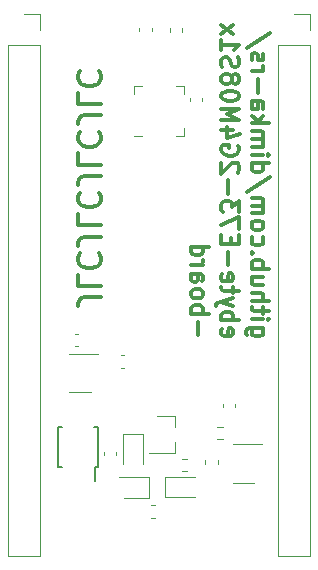
<source format=gbo>
%TF.GenerationSoftware,KiCad,Pcbnew,5.1.10-88a1d61d58~88~ubuntu18.04.1*%
%TF.CreationDate,2021-05-30T13:33:07+03:00*%
%TF.ProjectId,ebyte-E73-2G4M08S1x-board,65627974-652d-4453-9733-2d3247344d30,rev?*%
%TF.SameCoordinates,Original*%
%TF.FileFunction,Legend,Bot*%
%TF.FilePolarity,Positive*%
%FSLAX46Y46*%
G04 Gerber Fmt 4.6, Leading zero omitted, Abs format (unit mm)*
G04 Created by KiCad (PCBNEW 5.1.10-88a1d61d58~88~ubuntu18.04.1) date 2021-05-30 13:33:07*
%MOMM*%
%LPD*%
G01*
G04 APERTURE LIST*
%ADD10C,0.300000*%
%ADD11C,0.120000*%
%ADD12C,0.150000*%
%ADD13O,1.350000X1.700000*%
%ADD14O,1.100000X1.500000*%
%ADD15O,1.700000X1.700000*%
%ADD16R,1.700000X1.700000*%
%ADD17R,0.300000X1.400000*%
%ADD18R,0.600000X0.450000*%
%ADD19R,0.450000X0.600000*%
%ADD20R,1.060000X0.650000*%
%ADD21R,0.900000X0.800000*%
G04 APERTURE END LIST*
D10*
X158065428Y-98627000D02*
X156851142Y-98627000D01*
X156708285Y-98698428D01*
X156636857Y-98769857D01*
X156565428Y-98912714D01*
X156565428Y-99127000D01*
X156636857Y-99269857D01*
X157136857Y-98627000D02*
X157065428Y-98769857D01*
X157065428Y-99055571D01*
X157136857Y-99198428D01*
X157208285Y-99269857D01*
X157351142Y-99341285D01*
X157779714Y-99341285D01*
X157922571Y-99269857D01*
X157994000Y-99198428D01*
X158065428Y-99055571D01*
X158065428Y-98769857D01*
X157994000Y-98627000D01*
X157065428Y-97912714D02*
X158065428Y-97912714D01*
X158565428Y-97912714D02*
X158494000Y-97984142D01*
X158422571Y-97912714D01*
X158494000Y-97841285D01*
X158565428Y-97912714D01*
X158422571Y-97912714D01*
X158065428Y-97412714D02*
X158065428Y-96841285D01*
X158565428Y-97198428D02*
X157279714Y-97198428D01*
X157136857Y-97127000D01*
X157065428Y-96984142D01*
X157065428Y-96841285D01*
X157065428Y-96341285D02*
X158565428Y-96341285D01*
X157065428Y-95698428D02*
X157851142Y-95698428D01*
X157994000Y-95769857D01*
X158065428Y-95912714D01*
X158065428Y-96127000D01*
X157994000Y-96269857D01*
X157922571Y-96341285D01*
X158065428Y-94341285D02*
X157065428Y-94341285D01*
X158065428Y-94984142D02*
X157279714Y-94984142D01*
X157136857Y-94912714D01*
X157065428Y-94769857D01*
X157065428Y-94555571D01*
X157136857Y-94412714D01*
X157208285Y-94341285D01*
X157065428Y-93627000D02*
X158565428Y-93627000D01*
X157994000Y-93627000D02*
X158065428Y-93484142D01*
X158065428Y-93198428D01*
X157994000Y-93055571D01*
X157922571Y-92984142D01*
X157779714Y-92912714D01*
X157351142Y-92912714D01*
X157208285Y-92984142D01*
X157136857Y-93055571D01*
X157065428Y-93198428D01*
X157065428Y-93484142D01*
X157136857Y-93627000D01*
X157208285Y-92269857D02*
X157136857Y-92198428D01*
X157065428Y-92269857D01*
X157136857Y-92341285D01*
X157208285Y-92269857D01*
X157065428Y-92269857D01*
X157136857Y-90912714D02*
X157065428Y-91055571D01*
X157065428Y-91341285D01*
X157136857Y-91484142D01*
X157208285Y-91555571D01*
X157351142Y-91627000D01*
X157779714Y-91627000D01*
X157922571Y-91555571D01*
X157994000Y-91484142D01*
X158065428Y-91341285D01*
X158065428Y-91055571D01*
X157994000Y-90912714D01*
X157065428Y-90055571D02*
X157136857Y-90198428D01*
X157208285Y-90269857D01*
X157351142Y-90341285D01*
X157779714Y-90341285D01*
X157922571Y-90269857D01*
X157994000Y-90198428D01*
X158065428Y-90055571D01*
X158065428Y-89841285D01*
X157994000Y-89698428D01*
X157922571Y-89627000D01*
X157779714Y-89555571D01*
X157351142Y-89555571D01*
X157208285Y-89627000D01*
X157136857Y-89698428D01*
X157065428Y-89841285D01*
X157065428Y-90055571D01*
X157065428Y-88912714D02*
X158065428Y-88912714D01*
X157922571Y-88912714D02*
X157994000Y-88841285D01*
X158065428Y-88698428D01*
X158065428Y-88484142D01*
X157994000Y-88341285D01*
X157851142Y-88269857D01*
X157065428Y-88269857D01*
X157851142Y-88269857D02*
X157994000Y-88198428D01*
X158065428Y-88055571D01*
X158065428Y-87841285D01*
X157994000Y-87698428D01*
X157851142Y-87627000D01*
X157065428Y-87627000D01*
X158636857Y-85841285D02*
X156708285Y-87127000D01*
X157065428Y-84698428D02*
X158565428Y-84698428D01*
X157136857Y-84698428D02*
X157065428Y-84841285D01*
X157065428Y-85127000D01*
X157136857Y-85269857D01*
X157208285Y-85341285D01*
X157351142Y-85412714D01*
X157779714Y-85412714D01*
X157922571Y-85341285D01*
X157994000Y-85269857D01*
X158065428Y-85127000D01*
X158065428Y-84841285D01*
X157994000Y-84698428D01*
X157065428Y-83984142D02*
X158065428Y-83984142D01*
X158565428Y-83984142D02*
X158494000Y-84055571D01*
X158422571Y-83984142D01*
X158494000Y-83912714D01*
X158565428Y-83984142D01*
X158422571Y-83984142D01*
X157065428Y-83269857D02*
X158065428Y-83269857D01*
X157922571Y-83269857D02*
X157994000Y-83198428D01*
X158065428Y-83055571D01*
X158065428Y-82841285D01*
X157994000Y-82698428D01*
X157851142Y-82627000D01*
X157065428Y-82627000D01*
X157851142Y-82627000D02*
X157994000Y-82555571D01*
X158065428Y-82412714D01*
X158065428Y-82198428D01*
X157994000Y-82055571D01*
X157851142Y-81984142D01*
X157065428Y-81984142D01*
X157065428Y-81269857D02*
X158565428Y-81269857D01*
X157636857Y-81127000D02*
X157065428Y-80698428D01*
X158065428Y-80698428D02*
X157494000Y-81269857D01*
X157065428Y-79412714D02*
X157851142Y-79412714D01*
X157994000Y-79484142D01*
X158065428Y-79627000D01*
X158065428Y-79912714D01*
X157994000Y-80055571D01*
X157136857Y-79412714D02*
X157065428Y-79555571D01*
X157065428Y-79912714D01*
X157136857Y-80055571D01*
X157279714Y-80127000D01*
X157422571Y-80127000D01*
X157565428Y-80055571D01*
X157636857Y-79912714D01*
X157636857Y-79555571D01*
X157708285Y-79412714D01*
X157636857Y-78698428D02*
X157636857Y-77555571D01*
X157065428Y-76841285D02*
X158065428Y-76841285D01*
X157779714Y-76841285D02*
X157922571Y-76769857D01*
X157994000Y-76698428D01*
X158065428Y-76555571D01*
X158065428Y-76412714D01*
X157136857Y-75984142D02*
X157065428Y-75841285D01*
X157065428Y-75555571D01*
X157136857Y-75412714D01*
X157279714Y-75341285D01*
X157351142Y-75341285D01*
X157494000Y-75412714D01*
X157565428Y-75555571D01*
X157565428Y-75769857D01*
X157636857Y-75912714D01*
X157779714Y-75984142D01*
X157851142Y-75984142D01*
X157994000Y-75912714D01*
X158065428Y-75769857D01*
X158065428Y-75555571D01*
X157994000Y-75412714D01*
X158636857Y-73627000D02*
X156708285Y-74912714D01*
X154586857Y-98698428D02*
X154515428Y-98841285D01*
X154515428Y-99127000D01*
X154586857Y-99269857D01*
X154729714Y-99341285D01*
X155301142Y-99341285D01*
X155444000Y-99269857D01*
X155515428Y-99127000D01*
X155515428Y-98841285D01*
X155444000Y-98698428D01*
X155301142Y-98627000D01*
X155158285Y-98627000D01*
X155015428Y-99341285D01*
X154515428Y-97984142D02*
X156015428Y-97984142D01*
X155444000Y-97984142D02*
X155515428Y-97841285D01*
X155515428Y-97555571D01*
X155444000Y-97412714D01*
X155372571Y-97341285D01*
X155229714Y-97269857D01*
X154801142Y-97269857D01*
X154658285Y-97341285D01*
X154586857Y-97412714D01*
X154515428Y-97555571D01*
X154515428Y-97841285D01*
X154586857Y-97984142D01*
X155515428Y-96769857D02*
X154515428Y-96412714D01*
X155515428Y-96055571D02*
X154515428Y-96412714D01*
X154158285Y-96555571D01*
X154086857Y-96627000D01*
X154015428Y-96769857D01*
X155515428Y-95698428D02*
X155515428Y-95127000D01*
X156015428Y-95484142D02*
X154729714Y-95484142D01*
X154586857Y-95412714D01*
X154515428Y-95269857D01*
X154515428Y-95127000D01*
X154586857Y-94055571D02*
X154515428Y-94198428D01*
X154515428Y-94484142D01*
X154586857Y-94627000D01*
X154729714Y-94698428D01*
X155301142Y-94698428D01*
X155444000Y-94627000D01*
X155515428Y-94484142D01*
X155515428Y-94198428D01*
X155444000Y-94055571D01*
X155301142Y-93984142D01*
X155158285Y-93984142D01*
X155015428Y-94698428D01*
X155086857Y-93341285D02*
X155086857Y-92198428D01*
X155301142Y-91484142D02*
X155301142Y-90984142D01*
X154515428Y-90769857D02*
X154515428Y-91484142D01*
X156015428Y-91484142D01*
X156015428Y-90769857D01*
X156015428Y-90269857D02*
X156015428Y-89269857D01*
X154515428Y-89912714D01*
X156015428Y-88841285D02*
X156015428Y-87912714D01*
X155444000Y-88412714D01*
X155444000Y-88198428D01*
X155372571Y-88055571D01*
X155301142Y-87984142D01*
X155158285Y-87912714D01*
X154801142Y-87912714D01*
X154658285Y-87984142D01*
X154586857Y-88055571D01*
X154515428Y-88198428D01*
X154515428Y-88627000D01*
X154586857Y-88769857D01*
X154658285Y-88841285D01*
X155086857Y-87269857D02*
X155086857Y-86127000D01*
X155872571Y-85484142D02*
X155944000Y-85412714D01*
X156015428Y-85269857D01*
X156015428Y-84912714D01*
X155944000Y-84769857D01*
X155872571Y-84698428D01*
X155729714Y-84627000D01*
X155586857Y-84627000D01*
X155372571Y-84698428D01*
X154515428Y-85555571D01*
X154515428Y-84627000D01*
X155944000Y-83198428D02*
X156015428Y-83341285D01*
X156015428Y-83555571D01*
X155944000Y-83769857D01*
X155801142Y-83912714D01*
X155658285Y-83984142D01*
X155372571Y-84055571D01*
X155158285Y-84055571D01*
X154872571Y-83984142D01*
X154729714Y-83912714D01*
X154586857Y-83769857D01*
X154515428Y-83555571D01*
X154515428Y-83412714D01*
X154586857Y-83198428D01*
X154658285Y-83126999D01*
X155158285Y-83126999D01*
X155158285Y-83412714D01*
X155515428Y-81841285D02*
X154515428Y-81841285D01*
X156086857Y-82198428D02*
X155015428Y-82555571D01*
X155015428Y-81626999D01*
X154515428Y-81055571D02*
X156015428Y-81055571D01*
X154944000Y-80555571D01*
X156015428Y-80055571D01*
X154515428Y-80055571D01*
X156015428Y-79055571D02*
X156015428Y-78912714D01*
X155944000Y-78769857D01*
X155872571Y-78698428D01*
X155729714Y-78626999D01*
X155444000Y-78555571D01*
X155086857Y-78555571D01*
X154801142Y-78626999D01*
X154658285Y-78698428D01*
X154586857Y-78769857D01*
X154515428Y-78912714D01*
X154515428Y-79055571D01*
X154586857Y-79198428D01*
X154658285Y-79269857D01*
X154801142Y-79341285D01*
X155086857Y-79412714D01*
X155444000Y-79412714D01*
X155729714Y-79341285D01*
X155872571Y-79269857D01*
X155944000Y-79198428D01*
X156015428Y-79055571D01*
X155372571Y-77698428D02*
X155444000Y-77841285D01*
X155515428Y-77912714D01*
X155658285Y-77984142D01*
X155729714Y-77984142D01*
X155872571Y-77912714D01*
X155944000Y-77841285D01*
X156015428Y-77698428D01*
X156015428Y-77412714D01*
X155944000Y-77269857D01*
X155872571Y-77198428D01*
X155729714Y-77126999D01*
X155658285Y-77126999D01*
X155515428Y-77198428D01*
X155444000Y-77269857D01*
X155372571Y-77412714D01*
X155372571Y-77698428D01*
X155301142Y-77841285D01*
X155229714Y-77912714D01*
X155086857Y-77984142D01*
X154801142Y-77984142D01*
X154658285Y-77912714D01*
X154586857Y-77841285D01*
X154515428Y-77698428D01*
X154515428Y-77412714D01*
X154586857Y-77269857D01*
X154658285Y-77198428D01*
X154801142Y-77126999D01*
X155086857Y-77126999D01*
X155229714Y-77198428D01*
X155301142Y-77269857D01*
X155372571Y-77412714D01*
X154586857Y-76555571D02*
X154515428Y-76341285D01*
X154515428Y-75984142D01*
X154586857Y-75841285D01*
X154658285Y-75769857D01*
X154801142Y-75698428D01*
X154944000Y-75698428D01*
X155086857Y-75769857D01*
X155158285Y-75841285D01*
X155229714Y-75984142D01*
X155301142Y-76269857D01*
X155372571Y-76412714D01*
X155444000Y-76484142D01*
X155586857Y-76555571D01*
X155729714Y-76555571D01*
X155872571Y-76484142D01*
X155944000Y-76412714D01*
X156015428Y-76269857D01*
X156015428Y-75912714D01*
X155944000Y-75698428D01*
X154515428Y-74269857D02*
X154515428Y-75126999D01*
X154515428Y-74698428D02*
X156015428Y-74698428D01*
X155801142Y-74841285D01*
X155658285Y-74984142D01*
X155586857Y-75126999D01*
X154515428Y-73769857D02*
X155515428Y-72984142D01*
X155515428Y-73769857D02*
X154515428Y-72984142D01*
X152536857Y-99269857D02*
X152536857Y-98127000D01*
X151965428Y-97412714D02*
X153465428Y-97412714D01*
X152894000Y-97412714D02*
X152965428Y-97269857D01*
X152965428Y-96984142D01*
X152894000Y-96841285D01*
X152822571Y-96769857D01*
X152679714Y-96698428D01*
X152251142Y-96698428D01*
X152108285Y-96769857D01*
X152036857Y-96841285D01*
X151965428Y-96984142D01*
X151965428Y-97269857D01*
X152036857Y-97412714D01*
X151965428Y-95841285D02*
X152036857Y-95984142D01*
X152108285Y-96055571D01*
X152251142Y-96127000D01*
X152679714Y-96127000D01*
X152822571Y-96055571D01*
X152894000Y-95984142D01*
X152965428Y-95841285D01*
X152965428Y-95627000D01*
X152894000Y-95484142D01*
X152822571Y-95412714D01*
X152679714Y-95341285D01*
X152251142Y-95341285D01*
X152108285Y-95412714D01*
X152036857Y-95484142D01*
X151965428Y-95627000D01*
X151965428Y-95841285D01*
X151965428Y-94055571D02*
X152751142Y-94055571D01*
X152894000Y-94127000D01*
X152965428Y-94269857D01*
X152965428Y-94555571D01*
X152894000Y-94698428D01*
X152036857Y-94055571D02*
X151965428Y-94198428D01*
X151965428Y-94555571D01*
X152036857Y-94698428D01*
X152179714Y-94769857D01*
X152322571Y-94769857D01*
X152465428Y-94698428D01*
X152536857Y-94555571D01*
X152536857Y-94198428D01*
X152608285Y-94055571D01*
X151965428Y-93341285D02*
X152965428Y-93341285D01*
X152679714Y-93341285D02*
X152822571Y-93269857D01*
X152894000Y-93198428D01*
X152965428Y-93055571D01*
X152965428Y-92912714D01*
X151965428Y-91769857D02*
X153465428Y-91769857D01*
X152036857Y-91769857D02*
X151965428Y-91912714D01*
X151965428Y-92198428D01*
X152036857Y-92341285D01*
X152108285Y-92412714D01*
X152251142Y-92484142D01*
X152679714Y-92484142D01*
X152822571Y-92412714D01*
X152894000Y-92341285D01*
X152965428Y-92198428D01*
X152965428Y-91912714D01*
X152894000Y-91769857D01*
X144351238Y-96042595D02*
X142922666Y-96042595D01*
X142636952Y-96137833D01*
X142446476Y-96328309D01*
X142351238Y-96614023D01*
X142351238Y-96804500D01*
X142351238Y-94137833D02*
X142351238Y-95090214D01*
X144351238Y-95090214D01*
X142541714Y-92328309D02*
X142446476Y-92423547D01*
X142351238Y-92709261D01*
X142351238Y-92899738D01*
X142446476Y-93185452D01*
X142636952Y-93375928D01*
X142827428Y-93471166D01*
X143208380Y-93566404D01*
X143494095Y-93566404D01*
X143875047Y-93471166D01*
X144065523Y-93375928D01*
X144256000Y-93185452D01*
X144351238Y-92899738D01*
X144351238Y-92709261D01*
X144256000Y-92423547D01*
X144160761Y-92328309D01*
X144351238Y-90899738D02*
X142922666Y-90899738D01*
X142636952Y-90994976D01*
X142446476Y-91185452D01*
X142351238Y-91471166D01*
X142351238Y-91661642D01*
X142351238Y-88994976D02*
X142351238Y-89947357D01*
X144351238Y-89947357D01*
X142541714Y-87185452D02*
X142446476Y-87280690D01*
X142351238Y-87566404D01*
X142351238Y-87756880D01*
X142446476Y-88042595D01*
X142636952Y-88233071D01*
X142827428Y-88328309D01*
X143208380Y-88423547D01*
X143494095Y-88423547D01*
X143875047Y-88328309D01*
X144065523Y-88233071D01*
X144256000Y-88042595D01*
X144351238Y-87756880D01*
X144351238Y-87566404D01*
X144256000Y-87280690D01*
X144160761Y-87185452D01*
X144351238Y-85756880D02*
X142922666Y-85756880D01*
X142636952Y-85852119D01*
X142446476Y-86042595D01*
X142351238Y-86328309D01*
X142351238Y-86518785D01*
X142351238Y-83852119D02*
X142351238Y-84804500D01*
X144351238Y-84804500D01*
X142541714Y-82042595D02*
X142446476Y-82137833D01*
X142351238Y-82423547D01*
X142351238Y-82614023D01*
X142446476Y-82899738D01*
X142636952Y-83090214D01*
X142827428Y-83185452D01*
X143208380Y-83280690D01*
X143494095Y-83280690D01*
X143875047Y-83185452D01*
X144065523Y-83090214D01*
X144256000Y-82899738D01*
X144351238Y-82614023D01*
X144351238Y-82423547D01*
X144256000Y-82137833D01*
X144160761Y-82042595D01*
X144351238Y-80614023D02*
X142922666Y-80614023D01*
X142636952Y-80709261D01*
X142446476Y-80899738D01*
X142351238Y-81185452D01*
X142351238Y-81375928D01*
X142351238Y-78709261D02*
X142351238Y-79661642D01*
X144351238Y-79661642D01*
X142541714Y-76899738D02*
X142446476Y-76994976D01*
X142351238Y-77280690D01*
X142351238Y-77471166D01*
X142446476Y-77756880D01*
X142636952Y-77947357D01*
X142827428Y-78042595D01*
X143208380Y-78137833D01*
X143494095Y-78137833D01*
X143875047Y-78042595D01*
X144065523Y-77947357D01*
X144256000Y-77756880D01*
X144351238Y-77471166D01*
X144351238Y-77280690D01*
X144256000Y-76994976D01*
X144160761Y-76899738D01*
D11*
%TO.C,C11*%
X148870580Y-113663000D02*
X148589420Y-113663000D01*
X148870580Y-114683000D02*
X148589420Y-114683000D01*
%TO.C,C9*%
X150162800Y-73559580D02*
X150162800Y-73278420D01*
X151182800Y-73559580D02*
X151182800Y-73278420D01*
%TO.C,C10*%
X147572000Y-73508780D02*
X147572000Y-73227620D01*
X148592000Y-73508780D02*
X148592000Y-73227620D01*
%TO.C,R2*%
X151146742Y-110758500D02*
X151621258Y-110758500D01*
X151146742Y-109713500D02*
X151621258Y-109713500D01*
%TO.C,J5*%
X161985000Y-117916000D02*
X159325000Y-117916000D01*
X161985000Y-74676000D02*
X161985000Y-117916000D01*
X159325000Y-74676000D02*
X159325000Y-117916000D01*
X161985000Y-74676000D02*
X159325000Y-74676000D01*
X161985000Y-73406000D02*
X161985000Y-72076000D01*
X161985000Y-72076000D02*
X160655000Y-72076000D01*
D12*
%TO.C,U3*%
X144042000Y-110387000D02*
X143817000Y-110387000D01*
X144042000Y-107037000D02*
X143742000Y-107037000D01*
X140692000Y-107037000D02*
X140992000Y-107037000D01*
X140692000Y-110387000D02*
X140992000Y-110387000D01*
X144042000Y-110387000D02*
X144042000Y-107037000D01*
X140692000Y-110387000D02*
X140692000Y-107037000D01*
X143817000Y-110387000D02*
X143817000Y-111612000D01*
D11*
%TO.C,C1*%
X153160000Y-110122580D02*
X153160000Y-109841420D01*
X154180000Y-110122580D02*
X154180000Y-109841420D01*
%TO.C,D3*%
X149757000Y-112927500D02*
X149757000Y-111227500D01*
X149757000Y-111227500D02*
X152307000Y-111227500D01*
X149757000Y-112927500D02*
X152307000Y-112927500D01*
%TO.C,U4*%
X147790000Y-82374000D02*
X147115000Y-82374000D01*
X151335000Y-78154000D02*
X151335000Y-78829000D01*
X150660000Y-78154000D02*
X151335000Y-78154000D01*
X147115000Y-78154000D02*
X147115000Y-78829000D01*
X147790000Y-78154000D02*
X147115000Y-78154000D01*
X151335000Y-82374000D02*
X151335000Y-81699000D01*
X150660000Y-82374000D02*
X151335000Y-82374000D01*
%TO.C,D2*%
X148405000Y-111291000D02*
X148405000Y-112991000D01*
X148405000Y-112991000D02*
X145855000Y-112991000D01*
X148405000Y-111291000D02*
X145855000Y-111291000D01*
%TO.C,C3*%
X145607500Y-109424080D02*
X145607500Y-109142920D01*
X144587500Y-109424080D02*
X144587500Y-109142920D01*
%TO.C,D1*%
X146152500Y-107593000D02*
X147852500Y-107593000D01*
X147852500Y-107593000D02*
X147852500Y-110143000D01*
X146152500Y-107593000D02*
X146152500Y-110143000D01*
%TO.C,U1*%
X157300500Y-111719000D02*
X155500500Y-111719000D01*
X155500500Y-108499000D02*
X157950500Y-108499000D01*
%TO.C,C5*%
X154633200Y-105360380D02*
X154633200Y-105079220D01*
X155653200Y-105360380D02*
X155653200Y-105079220D01*
%TO.C,J4*%
X139125000Y-117916000D02*
X136465000Y-117916000D01*
X139125000Y-74676000D02*
X139125000Y-117916000D01*
X136465000Y-74676000D02*
X136465000Y-117916000D01*
X139125000Y-74676000D02*
X136465000Y-74676000D01*
X139125000Y-73406000D02*
X139125000Y-72076000D01*
X139125000Y-72076000D02*
X137795000Y-72076000D01*
%TO.C,R3*%
X154131742Y-108028000D02*
X154606258Y-108028000D01*
X154131742Y-106983000D02*
X154606258Y-106983000D01*
%TO.C,Q1*%
X150556500Y-106052500D02*
X149096500Y-106052500D01*
X150556500Y-109212500D02*
X148396500Y-109212500D01*
X150556500Y-109212500D02*
X150556500Y-108282500D01*
X150556500Y-106052500D02*
X150556500Y-106982500D01*
%TO.C,C4*%
X142099420Y-99121500D02*
X142380580Y-99121500D01*
X142099420Y-100141500D02*
X142380580Y-100141500D01*
%TO.C,U2*%
X143444800Y-104022800D02*
X141644800Y-104022800D01*
X141644800Y-100802800D02*
X144094800Y-100802800D01*
%TO.C,C2*%
X145972920Y-100963000D02*
X146254080Y-100963000D01*
X145972920Y-101983000D02*
X146254080Y-101983000D01*
%TO.C,C6*%
X151826500Y-79452080D02*
X151826500Y-79170920D01*
X152846500Y-79452080D02*
X152846500Y-79170920D01*
%TD*%
%LPC*%
%TO.C,C11*%
G36*
G01*
X148405000Y-113923000D02*
X148405000Y-114423000D01*
G75*
G02*
X148180000Y-114648000I-225000J0D01*
G01*
X147730000Y-114648000D01*
G75*
G02*
X147505000Y-114423000I0J225000D01*
G01*
X147505000Y-113923000D01*
G75*
G02*
X147730000Y-113698000I225000J0D01*
G01*
X148180000Y-113698000D01*
G75*
G02*
X148405000Y-113923000I0J-225000D01*
G01*
G37*
G36*
G01*
X149955000Y-113923000D02*
X149955000Y-114423000D01*
G75*
G02*
X149730000Y-114648000I-225000J0D01*
G01*
X149280000Y-114648000D01*
G75*
G02*
X149055000Y-114423000I0J225000D01*
G01*
X149055000Y-113923000D01*
G75*
G02*
X149280000Y-113698000I225000J0D01*
G01*
X149730000Y-113698000D01*
G75*
G02*
X149955000Y-113923000I0J-225000D01*
G01*
G37*
%TD*%
%TO.C,C9*%
G36*
G01*
X150922800Y-73094000D02*
X150422800Y-73094000D01*
G75*
G02*
X150197800Y-72869000I0J225000D01*
G01*
X150197800Y-72419000D01*
G75*
G02*
X150422800Y-72194000I225000J0D01*
G01*
X150922800Y-72194000D01*
G75*
G02*
X151147800Y-72419000I0J-225000D01*
G01*
X151147800Y-72869000D01*
G75*
G02*
X150922800Y-73094000I-225000J0D01*
G01*
G37*
G36*
G01*
X150922800Y-74644000D02*
X150422800Y-74644000D01*
G75*
G02*
X150197800Y-74419000I0J225000D01*
G01*
X150197800Y-73969000D01*
G75*
G02*
X150422800Y-73744000I225000J0D01*
G01*
X150922800Y-73744000D01*
G75*
G02*
X151147800Y-73969000I0J-225000D01*
G01*
X151147800Y-74419000D01*
G75*
G02*
X150922800Y-74644000I-225000J0D01*
G01*
G37*
%TD*%
%TO.C,C10*%
G36*
G01*
X148332000Y-73043200D02*
X147832000Y-73043200D01*
G75*
G02*
X147607000Y-72818200I0J225000D01*
G01*
X147607000Y-72368200D01*
G75*
G02*
X147832000Y-72143200I225000J0D01*
G01*
X148332000Y-72143200D01*
G75*
G02*
X148557000Y-72368200I0J-225000D01*
G01*
X148557000Y-72818200D01*
G75*
G02*
X148332000Y-73043200I-225000J0D01*
G01*
G37*
G36*
G01*
X148332000Y-74593200D02*
X147832000Y-74593200D01*
G75*
G02*
X147607000Y-74368200I0J225000D01*
G01*
X147607000Y-73918200D01*
G75*
G02*
X147832000Y-73693200I225000J0D01*
G01*
X148332000Y-73693200D01*
G75*
G02*
X148557000Y-73918200I0J-225000D01*
G01*
X148557000Y-74368200D01*
G75*
G02*
X148332000Y-74593200I-225000J0D01*
G01*
G37*
%TD*%
D13*
%TO.C,J1*%
X146215000Y-116685000D03*
X140755000Y-116685000D03*
D14*
X145905000Y-113685000D03*
X141065000Y-113685000D03*
%TD*%
D13*
%TO.C,J2*%
X157599000Y-116697000D03*
X152139000Y-116697000D03*
D14*
X157289000Y-113697000D03*
X152449000Y-113697000D03*
%TD*%
%TO.C,R2*%
G36*
G01*
X151809000Y-110511000D02*
X151809000Y-109961000D01*
G75*
G02*
X152009000Y-109761000I200000J0D01*
G01*
X152409000Y-109761000D01*
G75*
G02*
X152609000Y-109961000I0J-200000D01*
G01*
X152609000Y-110511000D01*
G75*
G02*
X152409000Y-110711000I-200000J0D01*
G01*
X152009000Y-110711000D01*
G75*
G02*
X151809000Y-110511000I0J200000D01*
G01*
G37*
G36*
G01*
X150159000Y-110511000D02*
X150159000Y-109961000D01*
G75*
G02*
X150359000Y-109761000I200000J0D01*
G01*
X150759000Y-109761000D01*
G75*
G02*
X150959000Y-109961000I0J-200000D01*
G01*
X150959000Y-110511000D01*
G75*
G02*
X150759000Y-110711000I-200000J0D01*
G01*
X150359000Y-110711000D01*
G75*
G02*
X150159000Y-110511000I0J200000D01*
G01*
G37*
%TD*%
D15*
%TO.C,J5*%
X160655000Y-116586000D03*
X160655000Y-114046000D03*
X160655000Y-111506000D03*
X160655000Y-108966000D03*
X160655000Y-106426000D03*
X160655000Y-103886000D03*
X160655000Y-101346000D03*
X160655000Y-98806000D03*
X160655000Y-96266000D03*
X160655000Y-93726000D03*
X160655000Y-91186000D03*
X160655000Y-88646000D03*
X160655000Y-86106000D03*
X160655000Y-83566000D03*
X160655000Y-81026000D03*
X160655000Y-78486000D03*
X160655000Y-75946000D03*
D16*
X160655000Y-73406000D03*
%TD*%
D17*
%TO.C,U3*%
X143367000Y-106512000D03*
X142867000Y-106512000D03*
X142367000Y-106512000D03*
X141867000Y-106512000D03*
X141367000Y-106512000D03*
X141367000Y-110912000D03*
X141867000Y-110912000D03*
X142367000Y-110912000D03*
X142867000Y-110912000D03*
X143367000Y-110912000D03*
%TD*%
%TO.C,C1*%
G36*
G01*
X153920000Y-109657000D02*
X153420000Y-109657000D01*
G75*
G02*
X153195000Y-109432000I0J225000D01*
G01*
X153195000Y-108982000D01*
G75*
G02*
X153420000Y-108757000I225000J0D01*
G01*
X153920000Y-108757000D01*
G75*
G02*
X154145000Y-108982000I0J-225000D01*
G01*
X154145000Y-109432000D01*
G75*
G02*
X153920000Y-109657000I-225000J0D01*
G01*
G37*
G36*
G01*
X153920000Y-111207000D02*
X153420000Y-111207000D01*
G75*
G02*
X153195000Y-110982000I0J225000D01*
G01*
X153195000Y-110532000D01*
G75*
G02*
X153420000Y-110307000I225000J0D01*
G01*
X153920000Y-110307000D01*
G75*
G02*
X154145000Y-110532000I0J-225000D01*
G01*
X154145000Y-110982000D01*
G75*
G02*
X153920000Y-111207000I-225000J0D01*
G01*
G37*
%TD*%
D18*
%TO.C,D3*%
X152307000Y-112077500D03*
X150207000Y-112077500D03*
%TD*%
%TO.C,U4*%
G36*
G01*
X148050000Y-82139000D02*
X148050000Y-81789000D01*
G75*
G02*
X148150000Y-81689000I100000J0D01*
G01*
X148350000Y-81689000D01*
G75*
G02*
X148450000Y-81789000I0J-100000D01*
G01*
X148450000Y-82139000D01*
G75*
G02*
X148350000Y-82239000I-100000J0D01*
G01*
X148150000Y-82239000D01*
G75*
G02*
X148050000Y-82139000I0J100000D01*
G01*
G37*
G36*
G01*
X148700000Y-82139000D02*
X148700000Y-81789000D01*
G75*
G02*
X148800000Y-81689000I100000J0D01*
G01*
X149000000Y-81689000D01*
G75*
G02*
X149100000Y-81789000I0J-100000D01*
G01*
X149100000Y-82139000D01*
G75*
G02*
X149000000Y-82239000I-100000J0D01*
G01*
X148800000Y-82239000D01*
G75*
G02*
X148700000Y-82139000I0J100000D01*
G01*
G37*
G36*
G01*
X149350000Y-82139000D02*
X149350000Y-81789000D01*
G75*
G02*
X149450000Y-81689000I100000J0D01*
G01*
X149650000Y-81689000D01*
G75*
G02*
X149750000Y-81789000I0J-100000D01*
G01*
X149750000Y-82139000D01*
G75*
G02*
X149650000Y-82239000I-100000J0D01*
G01*
X149450000Y-82239000D01*
G75*
G02*
X149350000Y-82139000I0J100000D01*
G01*
G37*
G36*
G01*
X150000000Y-82139000D02*
X150000000Y-81789000D01*
G75*
G02*
X150100000Y-81689000I100000J0D01*
G01*
X150300000Y-81689000D01*
G75*
G02*
X150400000Y-81789000I0J-100000D01*
G01*
X150400000Y-82139000D01*
G75*
G02*
X150300000Y-82239000I-100000J0D01*
G01*
X150100000Y-82239000D01*
G75*
G02*
X150000000Y-82139000I0J100000D01*
G01*
G37*
G36*
G01*
X150650000Y-81339000D02*
X150650000Y-81139000D01*
G75*
G02*
X150750000Y-81039000I100000J0D01*
G01*
X151100000Y-81039000D01*
G75*
G02*
X151200000Y-81139000I0J-100000D01*
G01*
X151200000Y-81339000D01*
G75*
G02*
X151100000Y-81439000I-100000J0D01*
G01*
X150750000Y-81439000D01*
G75*
G02*
X150650000Y-81339000I0J100000D01*
G01*
G37*
G36*
G01*
X150650000Y-80689000D02*
X150650000Y-80489000D01*
G75*
G02*
X150750000Y-80389000I100000J0D01*
G01*
X151100000Y-80389000D01*
G75*
G02*
X151200000Y-80489000I0J-100000D01*
G01*
X151200000Y-80689000D01*
G75*
G02*
X151100000Y-80789000I-100000J0D01*
G01*
X150750000Y-80789000D01*
G75*
G02*
X150650000Y-80689000I0J100000D01*
G01*
G37*
G36*
G01*
X150650000Y-80039000D02*
X150650000Y-79839000D01*
G75*
G02*
X150750000Y-79739000I100000J0D01*
G01*
X151100000Y-79739000D01*
G75*
G02*
X151200000Y-79839000I0J-100000D01*
G01*
X151200000Y-80039000D01*
G75*
G02*
X151100000Y-80139000I-100000J0D01*
G01*
X150750000Y-80139000D01*
G75*
G02*
X150650000Y-80039000I0J100000D01*
G01*
G37*
G36*
G01*
X150650000Y-79389000D02*
X150650000Y-79189000D01*
G75*
G02*
X150750000Y-79089000I100000J0D01*
G01*
X151100000Y-79089000D01*
G75*
G02*
X151200000Y-79189000I0J-100000D01*
G01*
X151200000Y-79389000D01*
G75*
G02*
X151100000Y-79489000I-100000J0D01*
G01*
X150750000Y-79489000D01*
G75*
G02*
X150650000Y-79389000I0J100000D01*
G01*
G37*
G36*
G01*
X150000000Y-78739000D02*
X150000000Y-78389000D01*
G75*
G02*
X150100000Y-78289000I100000J0D01*
G01*
X150300000Y-78289000D01*
G75*
G02*
X150400000Y-78389000I0J-100000D01*
G01*
X150400000Y-78739000D01*
G75*
G02*
X150300000Y-78839000I-100000J0D01*
G01*
X150100000Y-78839000D01*
G75*
G02*
X150000000Y-78739000I0J100000D01*
G01*
G37*
G36*
G01*
X149350000Y-78739000D02*
X149350000Y-78389000D01*
G75*
G02*
X149450000Y-78289000I100000J0D01*
G01*
X149650000Y-78289000D01*
G75*
G02*
X149750000Y-78389000I0J-100000D01*
G01*
X149750000Y-78739000D01*
G75*
G02*
X149650000Y-78839000I-100000J0D01*
G01*
X149450000Y-78839000D01*
G75*
G02*
X149350000Y-78739000I0J100000D01*
G01*
G37*
G36*
G01*
X148700000Y-78739000D02*
X148700000Y-78389000D01*
G75*
G02*
X148800000Y-78289000I100000J0D01*
G01*
X149000000Y-78289000D01*
G75*
G02*
X149100000Y-78389000I0J-100000D01*
G01*
X149100000Y-78739000D01*
G75*
G02*
X149000000Y-78839000I-100000J0D01*
G01*
X148800000Y-78839000D01*
G75*
G02*
X148700000Y-78739000I0J100000D01*
G01*
G37*
G36*
G01*
X148050000Y-78739000D02*
X148050000Y-78389000D01*
G75*
G02*
X148150000Y-78289000I100000J0D01*
G01*
X148350000Y-78289000D01*
G75*
G02*
X148450000Y-78389000I0J-100000D01*
G01*
X148450000Y-78739000D01*
G75*
G02*
X148350000Y-78839000I-100000J0D01*
G01*
X148150000Y-78839000D01*
G75*
G02*
X148050000Y-78739000I0J100000D01*
G01*
G37*
G36*
G01*
X147250000Y-79389000D02*
X147250000Y-79189000D01*
G75*
G02*
X147350000Y-79089000I100000J0D01*
G01*
X147700000Y-79089000D01*
G75*
G02*
X147800000Y-79189000I0J-100000D01*
G01*
X147800000Y-79389000D01*
G75*
G02*
X147700000Y-79489000I-100000J0D01*
G01*
X147350000Y-79489000D01*
G75*
G02*
X147250000Y-79389000I0J100000D01*
G01*
G37*
G36*
G01*
X147250000Y-80039000D02*
X147250000Y-79839000D01*
G75*
G02*
X147350000Y-79739000I100000J0D01*
G01*
X147700000Y-79739000D01*
G75*
G02*
X147800000Y-79839000I0J-100000D01*
G01*
X147800000Y-80039000D01*
G75*
G02*
X147700000Y-80139000I-100000J0D01*
G01*
X147350000Y-80139000D01*
G75*
G02*
X147250000Y-80039000I0J100000D01*
G01*
G37*
G36*
G01*
X147250000Y-80689000D02*
X147250000Y-80489000D01*
G75*
G02*
X147350000Y-80389000I100000J0D01*
G01*
X147700000Y-80389000D01*
G75*
G02*
X147800000Y-80489000I0J-100000D01*
G01*
X147800000Y-80689000D01*
G75*
G02*
X147700000Y-80789000I-100000J0D01*
G01*
X147350000Y-80789000D01*
G75*
G02*
X147250000Y-80689000I0J100000D01*
G01*
G37*
G36*
G01*
X147250000Y-81339000D02*
X147250000Y-81139000D01*
G75*
G02*
X147350000Y-81039000I100000J0D01*
G01*
X147700000Y-81039000D01*
G75*
G02*
X147800000Y-81139000I0J-100000D01*
G01*
X147800000Y-81339000D01*
G75*
G02*
X147700000Y-81439000I-100000J0D01*
G01*
X147350000Y-81439000D01*
G75*
G02*
X147250000Y-81339000I0J100000D01*
G01*
G37*
%TD*%
%TO.C,D2*%
X145855000Y-112141000D03*
X147955000Y-112141000D03*
%TD*%
%TO.C,C3*%
G36*
G01*
X145347500Y-108958500D02*
X144847500Y-108958500D01*
G75*
G02*
X144622500Y-108733500I0J225000D01*
G01*
X144622500Y-108283500D01*
G75*
G02*
X144847500Y-108058500I225000J0D01*
G01*
X145347500Y-108058500D01*
G75*
G02*
X145572500Y-108283500I0J-225000D01*
G01*
X145572500Y-108733500D01*
G75*
G02*
X145347500Y-108958500I-225000J0D01*
G01*
G37*
G36*
G01*
X145347500Y-110508500D02*
X144847500Y-110508500D01*
G75*
G02*
X144622500Y-110283500I0J225000D01*
G01*
X144622500Y-109833500D01*
G75*
G02*
X144847500Y-109608500I225000J0D01*
G01*
X145347500Y-109608500D01*
G75*
G02*
X145572500Y-109833500I0J-225000D01*
G01*
X145572500Y-110283500D01*
G75*
G02*
X145347500Y-110508500I-225000J0D01*
G01*
G37*
%TD*%
D19*
%TO.C,D1*%
X147002500Y-110143000D03*
X147002500Y-108043000D03*
%TD*%
D20*
%TO.C,U1*%
X155300500Y-109159000D03*
X155300500Y-111059000D03*
X157500500Y-111059000D03*
X157500500Y-110109000D03*
X157500500Y-109159000D03*
%TD*%
%TO.C,C5*%
G36*
G01*
X155393200Y-104894800D02*
X154893200Y-104894800D01*
G75*
G02*
X154668200Y-104669800I0J225000D01*
G01*
X154668200Y-104219800D01*
G75*
G02*
X154893200Y-103994800I225000J0D01*
G01*
X155393200Y-103994800D01*
G75*
G02*
X155618200Y-104219800I0J-225000D01*
G01*
X155618200Y-104669800D01*
G75*
G02*
X155393200Y-104894800I-225000J0D01*
G01*
G37*
G36*
G01*
X155393200Y-106444800D02*
X154893200Y-106444800D01*
G75*
G02*
X154668200Y-106219800I0J225000D01*
G01*
X154668200Y-105769800D01*
G75*
G02*
X154893200Y-105544800I225000J0D01*
G01*
X155393200Y-105544800D01*
G75*
G02*
X155618200Y-105769800I0J-225000D01*
G01*
X155618200Y-106219800D01*
G75*
G02*
X155393200Y-106444800I-225000J0D01*
G01*
G37*
%TD*%
D15*
%TO.C,J4*%
X137795000Y-116586000D03*
X137795000Y-114046000D03*
X137795000Y-111506000D03*
X137795000Y-108966000D03*
X137795000Y-106426000D03*
X137795000Y-103886000D03*
X137795000Y-101346000D03*
X137795000Y-98806000D03*
X137795000Y-96266000D03*
X137795000Y-93726000D03*
X137795000Y-91186000D03*
X137795000Y-88646000D03*
X137795000Y-86106000D03*
X137795000Y-83566000D03*
X137795000Y-81026000D03*
X137795000Y-78486000D03*
X137795000Y-75946000D03*
D16*
X137795000Y-73406000D03*
%TD*%
%TO.C,R3*%
G36*
G01*
X154794000Y-107780500D02*
X154794000Y-107230500D01*
G75*
G02*
X154994000Y-107030500I200000J0D01*
G01*
X155394000Y-107030500D01*
G75*
G02*
X155594000Y-107230500I0J-200000D01*
G01*
X155594000Y-107780500D01*
G75*
G02*
X155394000Y-107980500I-200000J0D01*
G01*
X154994000Y-107980500D01*
G75*
G02*
X154794000Y-107780500I0J200000D01*
G01*
G37*
G36*
G01*
X153144000Y-107780500D02*
X153144000Y-107230500D01*
G75*
G02*
X153344000Y-107030500I200000J0D01*
G01*
X153744000Y-107030500D01*
G75*
G02*
X153944000Y-107230500I0J-200000D01*
G01*
X153944000Y-107780500D01*
G75*
G02*
X153744000Y-107980500I-200000J0D01*
G01*
X153344000Y-107980500D01*
G75*
G02*
X153144000Y-107780500I0J200000D01*
G01*
G37*
%TD*%
D21*
%TO.C,Q1*%
X150796500Y-107632500D03*
X148796500Y-106682500D03*
X148796500Y-108582500D03*
%TD*%
%TO.C,C4*%
G36*
G01*
X142565000Y-99881500D02*
X142565000Y-99381500D01*
G75*
G02*
X142790000Y-99156500I225000J0D01*
G01*
X143240000Y-99156500D01*
G75*
G02*
X143465000Y-99381500I0J-225000D01*
G01*
X143465000Y-99881500D01*
G75*
G02*
X143240000Y-100106500I-225000J0D01*
G01*
X142790000Y-100106500D01*
G75*
G02*
X142565000Y-99881500I0J225000D01*
G01*
G37*
G36*
G01*
X141015000Y-99881500D02*
X141015000Y-99381500D01*
G75*
G02*
X141240000Y-99156500I225000J0D01*
G01*
X141690000Y-99156500D01*
G75*
G02*
X141915000Y-99381500I0J-225000D01*
G01*
X141915000Y-99881500D01*
G75*
G02*
X141690000Y-100106500I-225000J0D01*
G01*
X141240000Y-100106500D01*
G75*
G02*
X141015000Y-99881500I0J225000D01*
G01*
G37*
%TD*%
D20*
%TO.C,U2*%
X141444800Y-101462800D03*
X141444800Y-103362800D03*
X143644800Y-103362800D03*
X143644800Y-102412800D03*
X143644800Y-101462800D03*
%TD*%
%TO.C,C2*%
G36*
G01*
X146438500Y-101723000D02*
X146438500Y-101223000D01*
G75*
G02*
X146663500Y-100998000I225000J0D01*
G01*
X147113500Y-100998000D01*
G75*
G02*
X147338500Y-101223000I0J-225000D01*
G01*
X147338500Y-101723000D01*
G75*
G02*
X147113500Y-101948000I-225000J0D01*
G01*
X146663500Y-101948000D01*
G75*
G02*
X146438500Y-101723000I0J225000D01*
G01*
G37*
G36*
G01*
X144888500Y-101723000D02*
X144888500Y-101223000D01*
G75*
G02*
X145113500Y-100998000I225000J0D01*
G01*
X145563500Y-100998000D01*
G75*
G02*
X145788500Y-101223000I0J-225000D01*
G01*
X145788500Y-101723000D01*
G75*
G02*
X145563500Y-101948000I-225000J0D01*
G01*
X145113500Y-101948000D01*
G75*
G02*
X144888500Y-101723000I0J225000D01*
G01*
G37*
%TD*%
%TO.C,C6*%
G36*
G01*
X152586500Y-78986500D02*
X152086500Y-78986500D01*
G75*
G02*
X151861500Y-78761500I0J225000D01*
G01*
X151861500Y-78311500D01*
G75*
G02*
X152086500Y-78086500I225000J0D01*
G01*
X152586500Y-78086500D01*
G75*
G02*
X152811500Y-78311500I0J-225000D01*
G01*
X152811500Y-78761500D01*
G75*
G02*
X152586500Y-78986500I-225000J0D01*
G01*
G37*
G36*
G01*
X152586500Y-80536500D02*
X152086500Y-80536500D01*
G75*
G02*
X151861500Y-80311500I0J225000D01*
G01*
X151861500Y-79861500D01*
G75*
G02*
X152086500Y-79636500I225000J0D01*
G01*
X152586500Y-79636500D01*
G75*
G02*
X152811500Y-79861500I0J-225000D01*
G01*
X152811500Y-80311500D01*
G75*
G02*
X152586500Y-80536500I-225000J0D01*
G01*
G37*
%TD*%
D15*
%TO.C,J7*%
X150495000Y-99441000D03*
X147955000Y-99441000D03*
X150495000Y-96901000D03*
X147955000Y-96901000D03*
X150495000Y-94361000D03*
D16*
X147955000Y-94361000D03*
%TD*%
D15*
%TO.C,J3*%
X157429200Y-106426000D03*
D16*
X157429200Y-103886000D03*
%TD*%
M02*

</source>
